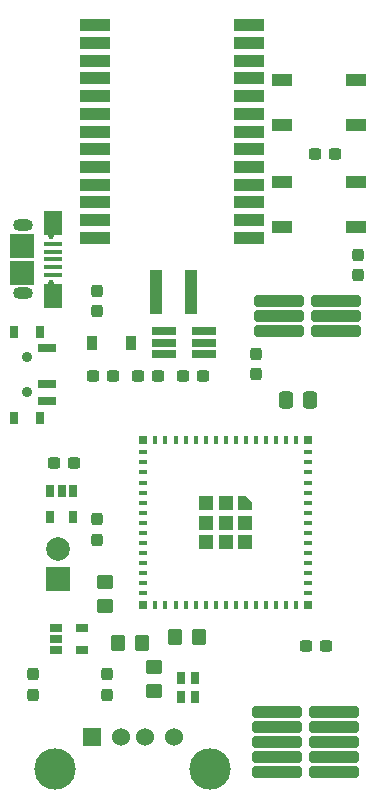
<source format=gbr>
%TF.GenerationSoftware,KiCad,Pcbnew,6.0.7-f9a2dced07~116~ubuntu20.04.1*%
%TF.CreationDate,2022-09-04T18:40:54+02:00*%
%TF.ProjectId,USBRadio,55534252-6164-4696-9f2e-6b696361645f,rev?*%
%TF.SameCoordinates,Original*%
%TF.FileFunction,Soldermask,Top*%
%TF.FilePolarity,Negative*%
%FSLAX46Y46*%
G04 Gerber Fmt 4.6, Leading zero omitted, Abs format (unit mm)*
G04 Created by KiCad (PCBNEW 6.0.7-f9a2dced07~116~ubuntu20.04.1) date 2022-09-04 18:40:54*
%MOMM*%
%LPD*%
G01*
G04 APERTURE LIST*
G04 Aperture macros list*
%AMRoundRect*
0 Rectangle with rounded corners*
0 $1 Rounding radius*
0 $2 $3 $4 $5 $6 $7 $8 $9 X,Y pos of 4 corners*
0 Add a 4 corners polygon primitive as box body*
4,1,4,$2,$3,$4,$5,$6,$7,$8,$9,$2,$3,0*
0 Add four circle primitives for the rounded corners*
1,1,$1+$1,$2,$3*
1,1,$1+$1,$4,$5*
1,1,$1+$1,$6,$7*
1,1,$1+$1,$8,$9*
0 Add four rect primitives between the rounded corners*
20,1,$1+$1,$2,$3,$4,$5,0*
20,1,$1+$1,$4,$5,$6,$7,0*
20,1,$1+$1,$6,$7,$8,$9,0*
20,1,$1+$1,$8,$9,$2,$3,0*%
%AMFreePoly0*
4,1,6,0.600000,-0.600000,-0.600000,-0.600000,-0.600000,0.000000,0.000000,0.600000,0.600000,0.600000,0.600000,-0.600000,0.600000,-0.600000,$1*%
G04 Aperture macros list end*
%ADD10R,0.720000X1.000000*%
%ADD11RoundRect,0.250000X-0.450000X0.350000X-0.450000X-0.350000X0.450000X-0.350000X0.450000X0.350000X0*%
%ADD12RoundRect,0.250000X-0.350000X-0.450000X0.350000X-0.450000X0.350000X0.450000X-0.350000X0.450000X0*%
%ADD13RoundRect,0.237500X-0.300000X-0.237500X0.300000X-0.237500X0.300000X0.237500X-0.300000X0.237500X0*%
%ADD14RoundRect,0.237500X-0.237500X0.300000X-0.237500X-0.300000X0.237500X-0.300000X0.237500X0.300000X0*%
%ADD15RoundRect,0.237500X0.237500X-0.300000X0.237500X0.300000X-0.237500X0.300000X-0.237500X-0.300000X0*%
%ADD16R,1.650000X0.400000*%
%ADD17C,0.520000*%
%ADD18R,1.600000X2.100000*%
%ADD19R,2.000000X2.000000*%
%ADD20O,1.700000X1.000000*%
%ADD21RoundRect,0.250000X0.450000X-0.350000X0.450000X0.350000X-0.450000X0.350000X-0.450000X-0.350000X0*%
%ADD22C,0.900000*%
%ADD23R,0.800000X1.000000*%
%ADD24R,1.500000X0.700000*%
%ADD25R,0.650000X1.060000*%
%ADD26R,1.060000X0.650000*%
%ADD27RoundRect,0.250000X0.350000X0.450000X-0.350000X0.450000X-0.350000X-0.450000X0.350000X-0.450000X0*%
%ADD28R,0.400000X0.800000*%
%ADD29R,0.800000X0.400000*%
%ADD30R,1.200000X1.200000*%
%ADD31R,0.800000X0.800000*%
%ADD32FreePoly0,270.000000*%
%ADD33R,0.900000X1.200000*%
%ADD34RoundRect,0.147059X1.952941X0.352941X-1.952941X0.352941X-1.952941X-0.352941X1.952941X-0.352941X0*%
%ADD35RoundRect,0.250000X1.850000X0.250000X-1.850000X0.250000X-1.850000X-0.250000X1.850000X-0.250000X0*%
%ADD36RoundRect,0.147059X-1.952941X-0.352941X1.952941X-0.352941X1.952941X0.352941X-1.952941X0.352941X0*%
%ADD37RoundRect,0.250000X-1.850000X-0.250000X1.850000X-0.250000X1.850000X0.250000X-1.850000X0.250000X0*%
%ADD38RoundRect,0.237500X0.300000X0.237500X-0.300000X0.237500X-0.300000X-0.237500X0.300000X-0.237500X0*%
%ADD39R,1.700000X1.000000*%
%ADD40R,2.000000X0.650000*%
%ADD41RoundRect,0.250000X-0.337500X-0.475000X0.337500X-0.475000X0.337500X0.475000X-0.337500X0.475000X0*%
%ADD42R,2.500000X1.100000*%
%ADD43R,1.524000X1.524000*%
%ADD44C,1.524000*%
%ADD45C,3.500000*%
%ADD46R,1.100000X3.700000*%
%ADD47C,2.000000*%
G04 APERTURE END LIST*
D10*
%TO.C,D2*%
X121342000Y-91420000D03*
X121342000Y-93020000D03*
X120162000Y-93020000D03*
X120162000Y-91420000D03*
%TD*%
D11*
%TO.C,R5*%
X117856000Y-90456000D03*
X117856000Y-92456000D03*
%TD*%
D12*
%TO.C,R6*%
X114824000Y-88392000D03*
X116824000Y-88392000D03*
%TD*%
D13*
%TO.C,C1*%
X109373500Y-73152000D03*
X111098500Y-73152000D03*
%TD*%
D14*
%TO.C,C3*%
X113045200Y-77947060D03*
X113045200Y-79672060D03*
%TD*%
D15*
%TO.C,C8*%
X113873280Y-92789020D03*
X113873280Y-91064020D03*
%TD*%
D14*
%TO.C,C9*%
X107609640Y-91069100D03*
X107609640Y-92794100D03*
%TD*%
D16*
%TO.C,J1*%
X109285640Y-54632680D03*
X109285640Y-55282680D03*
X109285640Y-55932680D03*
X109285640Y-56582680D03*
X109285640Y-57232680D03*
D17*
X109120640Y-53932680D03*
D18*
X109320640Y-59032680D03*
D19*
X106720640Y-54782680D03*
D18*
X109335640Y-52882680D03*
D20*
X106770640Y-53057680D03*
X106770640Y-58807680D03*
D19*
X106720640Y-57082680D03*
D17*
X109120640Y-57932680D03*
%TD*%
D21*
%TO.C,R4*%
X113731040Y-85270960D03*
X113731040Y-83270960D03*
%TD*%
D22*
%TO.C,SW1*%
X107086600Y-64198360D03*
D23*
X108196600Y-69348360D03*
X108196600Y-62048360D03*
X105986600Y-62048360D03*
D22*
X107086600Y-67198360D03*
D23*
X105986600Y-69348360D03*
D24*
X108846600Y-63448360D03*
X108846600Y-66448360D03*
X108846600Y-67948360D03*
%TD*%
D25*
%TO.C,U2*%
X110998000Y-75524000D03*
X110048000Y-75524000D03*
X109098000Y-75524000D03*
X109098000Y-77724000D03*
X110998000Y-77724000D03*
%TD*%
D26*
%TO.C,U4*%
X109588120Y-87110640D03*
X109588120Y-88060640D03*
X109588120Y-89010640D03*
X111788120Y-89010640D03*
X111788120Y-87110640D03*
%TD*%
D27*
%TO.C,R1*%
X121650000Y-87884000D03*
X119650000Y-87884000D03*
%TD*%
D28*
%TO.C,U5*%
X129892000Y-71232000D03*
X129042000Y-71232000D03*
X128192000Y-71232000D03*
X127342000Y-71232000D03*
X126492000Y-71232000D03*
X125642000Y-71232000D03*
X124792000Y-71232000D03*
X123942000Y-71232000D03*
X123092000Y-71232000D03*
X122242000Y-71232000D03*
X121392000Y-71232000D03*
X120542000Y-71232000D03*
X119692000Y-71232000D03*
X118842000Y-71232000D03*
X117992000Y-71232000D03*
D29*
X116942000Y-72282000D03*
X116942000Y-73132000D03*
X116942000Y-73982000D03*
X116942000Y-74832000D03*
X116942000Y-75682000D03*
X116942000Y-76532000D03*
X116942000Y-77382000D03*
X116942000Y-78232000D03*
X116942000Y-79082000D03*
X116942000Y-79932000D03*
X116942000Y-80782000D03*
X116942000Y-81632000D03*
X116942000Y-82482000D03*
X116942000Y-83332000D03*
X116942000Y-84182000D03*
D28*
X117992000Y-85232000D03*
X118842000Y-85232000D03*
X119692000Y-85232000D03*
X120542000Y-85232000D03*
X121392000Y-85232000D03*
X122242000Y-85232000D03*
X123092000Y-85232000D03*
X123942000Y-85232000D03*
X124792000Y-85232000D03*
X125642000Y-85232000D03*
X126492000Y-85232000D03*
X127342000Y-85232000D03*
X128192000Y-85232000D03*
X129042000Y-85232000D03*
X129892000Y-85232000D03*
D29*
X130942000Y-80782000D03*
X130942000Y-84182000D03*
D30*
X123942000Y-79882000D03*
X125592000Y-78232000D03*
D29*
X130942000Y-73132000D03*
X130942000Y-74832000D03*
D31*
X116942000Y-85232000D03*
X130942000Y-85232000D03*
D29*
X130942000Y-77382000D03*
D30*
X125592000Y-79882000D03*
D29*
X130942000Y-73982000D03*
X130942000Y-72282000D03*
D30*
X122292000Y-78232000D03*
X122292000Y-76582000D03*
X123942000Y-76582000D03*
X123942000Y-78232000D03*
D31*
X130942000Y-71232000D03*
D29*
X130942000Y-79932000D03*
X130942000Y-78232000D03*
D30*
X122292000Y-79882000D03*
D29*
X130942000Y-83332000D03*
D31*
X116942000Y-71232000D03*
D29*
X130942000Y-82482000D03*
X130942000Y-75682000D03*
D32*
X125592000Y-76582000D03*
D29*
X130942000Y-79082000D03*
X130942000Y-76532000D03*
X130942000Y-81632000D03*
%TD*%
D33*
%TO.C,D1*%
X112650000Y-62992000D03*
X115950000Y-62992000D03*
%TD*%
D34*
%TO.C,J4*%
X133096000Y-99314000D03*
D35*
X128270000Y-99314000D03*
X133096000Y-98044000D03*
X128270000Y-98044000D03*
X133096000Y-96774000D03*
X128270000Y-96774000D03*
X133096000Y-95504000D03*
X128270000Y-95504000D03*
X133096000Y-94234000D03*
X128270000Y-94234000D03*
%TD*%
D13*
%TO.C,R8*%
X130709500Y-88646000D03*
X132434500Y-88646000D03*
%TD*%
D36*
%TO.C,J2*%
X128432000Y-59436000D03*
D37*
X133258000Y-59436000D03*
X128432000Y-60706000D03*
X133258000Y-60706000D03*
X128432000Y-61976000D03*
X133258000Y-61976000D03*
%TD*%
D38*
%TO.C,C14*%
X122020500Y-65786000D03*
X120295500Y-65786000D03*
%TD*%
D39*
%TO.C,SW4*%
X134976000Y-40772000D03*
X128676000Y-40772000D03*
X134976000Y-44572000D03*
X128676000Y-44572000D03*
%TD*%
D40*
%TO.C,U1*%
X118686000Y-62042000D03*
X118686000Y-62992000D03*
X118686000Y-63942000D03*
X122106000Y-63942000D03*
X122106000Y-62992000D03*
X122106000Y-62042000D03*
%TD*%
D41*
%TO.C,C12*%
X129010500Y-67818000D03*
X131085500Y-67818000D03*
%TD*%
D42*
%TO.C,U6*%
X112880000Y-36118000D03*
X112880000Y-37618000D03*
X112880000Y-39118000D03*
X112880000Y-40618000D03*
X112880000Y-42118000D03*
X112880000Y-43618000D03*
X112880000Y-45118000D03*
X112880000Y-46618000D03*
X112880000Y-48118000D03*
X112880000Y-49618000D03*
X112880000Y-51118000D03*
X112880000Y-52618000D03*
X112880000Y-54118000D03*
X125880000Y-54118000D03*
X125880000Y-52618000D03*
X125880000Y-51118000D03*
X125880000Y-49618000D03*
X125880000Y-48118000D03*
X125880000Y-46618000D03*
X125880000Y-45118000D03*
X125880000Y-43618000D03*
X125880000Y-42118000D03*
X125880000Y-40618000D03*
X125880000Y-39118000D03*
X125880000Y-37618000D03*
X125880000Y-36118000D03*
%TD*%
D38*
%TO.C,R3*%
X118210500Y-65786000D03*
X116485500Y-65786000D03*
%TD*%
D43*
%TO.C,J3*%
X112578000Y-96380500D03*
D44*
X115078000Y-96380500D03*
X117078000Y-96380500D03*
X119578000Y-96380500D03*
D45*
X122648000Y-99090500D03*
X109508000Y-99090500D03*
%TD*%
D39*
%TO.C,SW5*%
X134976000Y-49408000D03*
X128676000Y-49408000D03*
X134976000Y-53208000D03*
X128676000Y-53208000D03*
%TD*%
D15*
%TO.C,C2*%
X135128000Y-57250500D03*
X135128000Y-55525500D03*
%TD*%
D38*
%TO.C,R7*%
X133196500Y-46990000D03*
X131471500Y-46990000D03*
%TD*%
D15*
%TO.C,C13*%
X126492000Y-65632500D03*
X126492000Y-63907500D03*
%TD*%
D46*
%TO.C,L1*%
X121000000Y-58674000D03*
X118000000Y-58674000D03*
%TD*%
D15*
%TO.C,C4*%
X113030000Y-60298500D03*
X113030000Y-58573500D03*
%TD*%
D38*
%TO.C,R2*%
X114400500Y-65786000D03*
X112675500Y-65786000D03*
%TD*%
D19*
%TO.C,BT1*%
X109743240Y-82961480D03*
D47*
X109743240Y-80421480D03*
%TD*%
M02*

</source>
